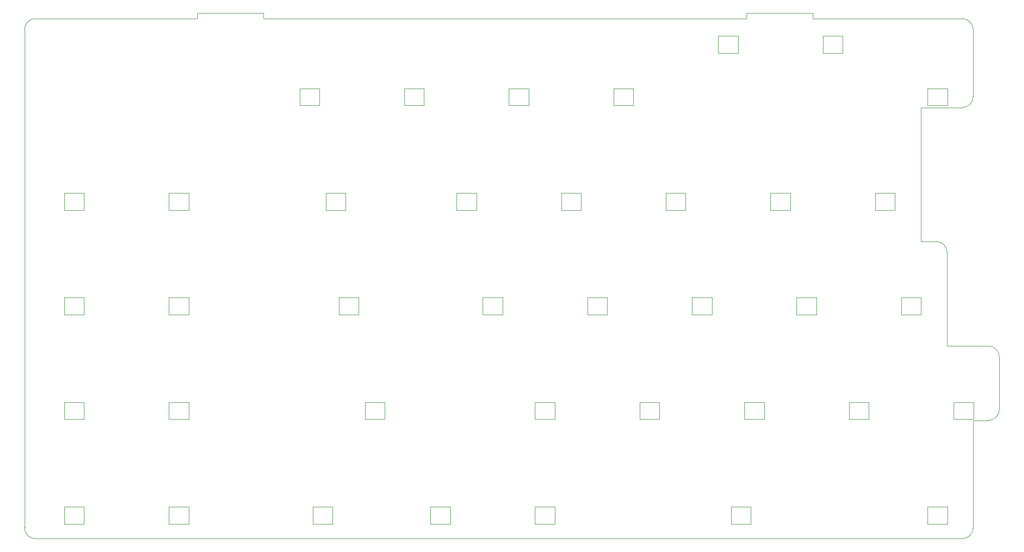
<source format=gbr>
%TF.GenerationSoftware,KiCad,Pcbnew,8.0.8*%
%TF.CreationDate,2025-04-15T16:35:59+09:00*%
%TF.ProjectId,sswkbd_left,7373776b-6264-45f6-9c65-66742e6b6963,rev?*%
%TF.SameCoordinates,Original*%
%TF.FileFunction,Profile,NP*%
%FSLAX46Y46*%
G04 Gerber Fmt 4.6, Leading zero omitted, Abs format (unit mm)*
G04 Created by KiCad (PCBNEW 8.0.8) date 2025-04-15 16:35:59*
%MOMM*%
%LPD*%
G01*
G04 APERTURE LIST*
%TA.AperFunction,Profile*%
%ADD10C,0.050000*%
%TD*%
%TA.AperFunction,Profile*%
%ADD11C,0.100000*%
%TD*%
G04 APERTURE END LIST*
D10*
X26240750Y-158760000D02*
G75*
G02*
X24240750Y-156760000I0J2000000D01*
G01*
X24240750Y-66300000D02*
G75*
G02*
X26240750Y-64300000I2000000J0D01*
G01*
X196490750Y-156760000D02*
G75*
G02*
X194490750Y-158759950I-1999950J0D01*
G01*
X199240750Y-123760000D02*
G75*
G02*
X201240800Y-125760000I50J-2000000D01*
G01*
X201240750Y-135260000D02*
G75*
G02*
X199240750Y-137259950I-1999950J0D01*
G01*
X189740750Y-104760000D02*
G75*
G02*
X191740800Y-106760000I50J-2000000D01*
G01*
X196490750Y-78460000D02*
G75*
G02*
X194490750Y-80459950I-1999950J0D01*
G01*
X194490750Y-64300000D02*
G75*
G02*
X196490800Y-66300000I50J-2000000D01*
G01*
X155372000Y-63300000D02*
X167372000Y-63300000D01*
X55622000Y-63300000D02*
X67622000Y-63300000D01*
X26240750Y-64300000D02*
X55622000Y-64300000D01*
X24240750Y-156760000D02*
X24240750Y-66300000D01*
X194490750Y-158760000D02*
X26240750Y-158760000D01*
X186990750Y-80460000D02*
X194490750Y-80460000D01*
X196490750Y-156760000D02*
X196490750Y-137260000D01*
X201240750Y-135260000D02*
X201240750Y-125760000D01*
X194490750Y-64300000D02*
X167372000Y-64300000D01*
X155372000Y-64300000D02*
X67622000Y-64300000D01*
X189740750Y-104760000D02*
X186990750Y-104760000D01*
X196490750Y-137260000D02*
X199240750Y-137260000D01*
X167372000Y-64300000D02*
X167372000Y-63300000D01*
X55622000Y-64300000D02*
X55622000Y-63300000D01*
X199240750Y-123760000D02*
X191740750Y-123760000D01*
X191740750Y-123760000D02*
X191740750Y-106760000D01*
X67622000Y-63300000D02*
X67622000Y-64300000D01*
X155372000Y-64300000D02*
X155372000Y-63300000D01*
X196490750Y-78460000D02*
X196490750Y-66300000D01*
X186990750Y-104760000D02*
X186990750Y-80460000D01*
D11*
%TO.C,LED3*%
X31440750Y-133973000D02*
X35040750Y-133973000D01*
X31440750Y-137073000D02*
X31440750Y-133973000D01*
X35040750Y-133973000D02*
X35040750Y-137073000D01*
X35040750Y-137073000D02*
X31440750Y-137073000D01*
%TO.C,LED27*%
X145440750Y-114973000D02*
X149040750Y-114973000D01*
X145440750Y-118073000D02*
X145440750Y-114973000D01*
X149040750Y-114973000D02*
X149040750Y-118073000D01*
X149040750Y-118073000D02*
X145440750Y-118073000D01*
%TO.C,LED7*%
X50440750Y-114973000D02*
X54040750Y-114973000D01*
X50440750Y-118073000D02*
X50440750Y-114973000D01*
X54040750Y-114973000D02*
X54040750Y-118073000D01*
X54040750Y-118073000D02*
X50440750Y-118073000D01*
%TO.C,LED32*%
X173940750Y-133973000D02*
X177540750Y-133973000D01*
X173940750Y-137073000D02*
X173940750Y-133973000D01*
X177540750Y-133973000D02*
X177540750Y-137073000D01*
X177540750Y-137073000D02*
X173940750Y-137073000D01*
%TO.C,LED38*%
X188190750Y-76973000D02*
X191790750Y-76973000D01*
X188190750Y-80073000D02*
X188190750Y-76973000D01*
X191790750Y-76973000D02*
X191790750Y-80073000D01*
X191790750Y-80073000D02*
X188190750Y-80073000D01*
%TO.C,LED13*%
X76565750Y-152973000D02*
X80165750Y-152973000D01*
X76565750Y-156073000D02*
X76565750Y-152973000D01*
X80165750Y-152973000D02*
X80165750Y-156073000D01*
X80165750Y-156073000D02*
X76565750Y-156073000D01*
%TO.C,LED30*%
X159690750Y-95973000D02*
X163290750Y-95973000D01*
X159690750Y-99073000D02*
X159690750Y-95973000D01*
X163290750Y-95973000D02*
X163290750Y-99073000D01*
X163290750Y-99073000D02*
X159690750Y-99073000D01*
%TO.C,LED28*%
X131190750Y-76973000D02*
X134790750Y-76973000D01*
X131190750Y-80073000D02*
X131190750Y-76973000D01*
X134790750Y-76973000D02*
X134790750Y-80073000D01*
X134790750Y-80073000D02*
X131190750Y-80073000D01*
%TO.C,LED35*%
X178690750Y-95973000D02*
X182290750Y-95973000D01*
X178690750Y-99073000D02*
X178690750Y-95973000D01*
X182290750Y-95973000D02*
X182290750Y-99073000D01*
X182290750Y-99073000D02*
X178690750Y-99073000D01*
%TO.C,LED29*%
X150191250Y-67447000D02*
X153791250Y-67447000D01*
X150191250Y-70547000D02*
X150191250Y-67447000D01*
X153791250Y-67447000D02*
X153791250Y-70547000D01*
X153791250Y-70547000D02*
X150191250Y-70547000D01*
%TO.C,LED11*%
X81315750Y-114973000D02*
X84915750Y-114973000D01*
X81315750Y-118073000D02*
X81315750Y-114973000D01*
X84915750Y-114973000D02*
X84915750Y-118073000D01*
X84915750Y-118073000D02*
X81315750Y-118073000D01*
%TO.C,LED37*%
X169191250Y-67447000D02*
X172791250Y-67447000D01*
X169191250Y-70547000D02*
X169191250Y-67447000D01*
X172791250Y-67447000D02*
X172791250Y-70547000D01*
X172791250Y-70547000D02*
X169191250Y-70547000D01*
%TO.C,LED14*%
X97940750Y-152973000D02*
X101540750Y-152973000D01*
X97940750Y-156073000D02*
X97940750Y-152973000D01*
X101540750Y-152973000D02*
X101540750Y-156073000D01*
X101540750Y-156073000D02*
X97940750Y-156073000D01*
%TO.C,LED1*%
X31440750Y-95973000D02*
X35040750Y-95973000D01*
X31440750Y-99073000D02*
X31440750Y-95973000D01*
X35040750Y-95973000D02*
X35040750Y-99073000D01*
X35040750Y-99073000D02*
X31440750Y-99073000D01*
%TO.C,LED18*%
X102690750Y-95973000D02*
X106290750Y-95973000D01*
X102690750Y-99073000D02*
X102690750Y-95973000D01*
X106290750Y-95973000D02*
X106290750Y-99073000D01*
X106290750Y-99073000D02*
X102690750Y-99073000D01*
%TO.C,LED24*%
X152540750Y-152973000D02*
X156140750Y-152973000D01*
X152540750Y-156073000D02*
X152540750Y-152973000D01*
X156140750Y-152973000D02*
X156140750Y-156073000D01*
X156140750Y-156073000D02*
X152540750Y-156073000D01*
%TO.C,LED2*%
X31440750Y-114973000D02*
X35040750Y-114973000D01*
X31440750Y-118073000D02*
X31440750Y-114973000D01*
X35040750Y-114973000D02*
X35040750Y-118073000D01*
X35040750Y-118073000D02*
X31440750Y-118073000D01*
%TO.C,LED20*%
X112190750Y-76973000D02*
X115790750Y-76973000D01*
X112190750Y-80073000D02*
X112190750Y-76973000D01*
X115790750Y-76973000D02*
X115790750Y-80073000D01*
X115790750Y-80073000D02*
X112190750Y-80073000D01*
%TO.C,LED19*%
X93190750Y-76973000D02*
X96790750Y-76973000D01*
X93190750Y-80073000D02*
X93190750Y-76973000D01*
X96790750Y-76973000D02*
X96790750Y-80073000D01*
X96790750Y-80073000D02*
X93190750Y-80073000D01*
%TO.C,LED33*%
X188190750Y-152973000D02*
X191790750Y-152973000D01*
X188190750Y-156073000D02*
X188190750Y-152973000D01*
X191790750Y-152973000D02*
X191790750Y-156073000D01*
X191790750Y-156073000D02*
X188190750Y-156073000D01*
%TO.C,LED22*%
X126440750Y-114973000D02*
X130040750Y-114973000D01*
X126440750Y-118073000D02*
X126440750Y-114973000D01*
X130040750Y-114973000D02*
X130040750Y-118073000D01*
X130040750Y-118073000D02*
X126440750Y-118073000D01*
%TO.C,LED23*%
X135940750Y-133973000D02*
X139540750Y-133973000D01*
X135940750Y-137073000D02*
X135940750Y-133973000D01*
X139540750Y-133973000D02*
X139540750Y-137073000D01*
X139540750Y-137073000D02*
X135940750Y-137073000D01*
%TO.C,LED4*%
X31440750Y-152973000D02*
X35040750Y-152973000D01*
X31440750Y-156073000D02*
X31440750Y-152973000D01*
X35040750Y-152973000D02*
X35040750Y-156073000D01*
X35040750Y-156073000D02*
X31440750Y-156073000D01*
%TO.C,LED21*%
X121690750Y-95973000D02*
X125290750Y-95973000D01*
X121690750Y-99073000D02*
X121690750Y-95973000D01*
X125290750Y-95973000D02*
X125290750Y-99073000D01*
X125290750Y-99073000D02*
X121690750Y-99073000D01*
%TO.C,LED8*%
X50440750Y-95973000D02*
X54040750Y-95973000D01*
X50440750Y-99073000D02*
X50440750Y-95973000D01*
X54040750Y-95973000D02*
X54040750Y-99073000D01*
X54040750Y-99073000D02*
X50440750Y-99073000D01*
%TO.C,LED15*%
X116940750Y-152973000D02*
X120540750Y-152973000D01*
X116940750Y-156073000D02*
X116940750Y-152973000D01*
X120540750Y-152973000D02*
X120540750Y-156073000D01*
X120540750Y-156073000D02*
X116940750Y-156073000D01*
%TO.C,LED5*%
X50440750Y-152973000D02*
X54040750Y-152973000D01*
X50440750Y-156073000D02*
X50440750Y-152973000D01*
X54040750Y-152973000D02*
X54040750Y-156073000D01*
X54040750Y-156073000D02*
X50440750Y-156073000D01*
%TO.C,LED6*%
X50440750Y-133973000D02*
X54040750Y-133973000D01*
X50440750Y-137073000D02*
X50440750Y-133973000D01*
X54040750Y-133973000D02*
X54040750Y-137073000D01*
X54040750Y-137073000D02*
X50440750Y-137073000D01*
%TO.C,LED34*%
X192940750Y-133973000D02*
X196540750Y-133973000D01*
X192940750Y-137073000D02*
X192940750Y-133973000D01*
X196540750Y-133973000D02*
X196540750Y-137073000D01*
X196540750Y-137073000D02*
X192940750Y-137073000D01*
%TO.C,LED10*%
X78940750Y-95973000D02*
X82540750Y-95973000D01*
X78940750Y-99073000D02*
X78940750Y-95973000D01*
X82540750Y-95973000D02*
X82540750Y-99073000D01*
X82540750Y-99073000D02*
X78940750Y-99073000D01*
%TO.C,LED17*%
X107440750Y-114973000D02*
X111040750Y-114973000D01*
X107440750Y-118073000D02*
X107440750Y-114973000D01*
X111040750Y-114973000D02*
X111040750Y-118073000D01*
X111040750Y-118073000D02*
X107440750Y-118073000D01*
%TO.C,LED31*%
X164440750Y-114973000D02*
X168040750Y-114973000D01*
X164440750Y-118073000D02*
X164440750Y-114973000D01*
X168040750Y-114973000D02*
X168040750Y-118073000D01*
X168040750Y-118073000D02*
X164440750Y-118073000D01*
%TO.C,LED36*%
X183440750Y-114973000D02*
X187040750Y-114973000D01*
X183440750Y-118073000D02*
X183440750Y-114973000D01*
X187040750Y-114973000D02*
X187040750Y-118073000D01*
X187040750Y-118073000D02*
X183440750Y-118073000D01*
%TO.C,LED9*%
X74190750Y-76973000D02*
X77790750Y-76973000D01*
X74190750Y-80073000D02*
X74190750Y-76973000D01*
X77790750Y-76973000D02*
X77790750Y-80073000D01*
X77790750Y-80073000D02*
X74190750Y-80073000D01*
%TO.C,LED26*%
X140690750Y-95973000D02*
X144290750Y-95973000D01*
X140690750Y-99073000D02*
X140690750Y-95973000D01*
X144290750Y-95973000D02*
X144290750Y-99073000D01*
X144290750Y-99073000D02*
X140690750Y-99073000D01*
%TO.C,LED12*%
X86065750Y-133973000D02*
X89665750Y-133973000D01*
X86065750Y-137073000D02*
X86065750Y-133973000D01*
X89665750Y-133973000D02*
X89665750Y-137073000D01*
X89665750Y-137073000D02*
X86065750Y-137073000D01*
%TO.C,LED25*%
X154940750Y-133973000D02*
X158540750Y-133973000D01*
X154940750Y-137073000D02*
X154940750Y-133973000D01*
X158540750Y-133973000D02*
X158540750Y-137073000D01*
X158540750Y-137073000D02*
X154940750Y-137073000D01*
%TO.C,LED16*%
X116940750Y-133973000D02*
X120540750Y-133973000D01*
X116940750Y-137073000D02*
X116940750Y-133973000D01*
X120540750Y-133973000D02*
X120540750Y-137073000D01*
X120540750Y-137073000D02*
X116940750Y-137073000D01*
%TD*%
M02*

</source>
